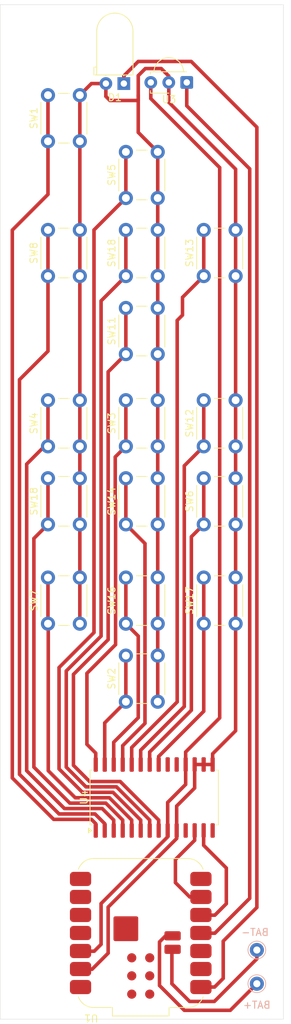
<source format=kicad_pcb>
(kicad_pcb (version 20241229) (generator "pcbnew") (generator_version "9.0")
  (layers (0 "F.Cu" signal) (2 "B.Cu" signal) (13 "F.Paste" user) (15 "B.Paste" user) (5 "F.SilkS" user "F.Silkscreen") (7 "B.SilkS" user "B.Silkscreen") (1 "F.Mask" user) (3 "B.Mask" user) (25 "Edge.Cuts" user))
  (net 0 "")
  (net 1 "Net-(BAT+1-Pin_1)")
  (net 2 "Net-(BAT-1-Pin_1)")
  (net 3 "Net-(D1-K)")
  (net 5 "Net-(U1-3V3)")
  (net 9 "Net-(U1-D4)")
  (net 10 "Net-(U1-D5)")
  (net 14 "/GND")
  (net 19 "Net-(U1-D3)")
  (net 21 "/Net-(U4-GPA3)")
  (net 22 "/Net-(U4-GPA2)")
  (net 23 "/Net-(U4-GPA4)")
  (net 24 "/Net-(U4-GPA0)")
  (net 25 "/Net-(U4-GPA6)")
  (net 26 "/Net-(U4-GPB6)")
  (net 27 "/Net-(U4-GPA1)")
  (net 28 "/Net-(U4-GPB3)")
  (net 29 "/Net-(U4-GPB2)")
  (net 30 "/Net-(U4-GPB7)")
  (net 31 "/Net-(U4-GPA5)")
  (net 32 "/Net-(U4-GPB1)")
  (net 33 "/Net-(U4-GPB4)")
  (net 34 "/Net-(U4-GPB5)")
  (net 35 "/Net-(U4-GPA7)")
  (net 36 "/Net-(U4-GPB0)")
  (footprint "Button_Switch_THT:SW_PUSH_6mm_H5mm" (layer "F.Cu") (at 113.75 101 90)
    (property "Reference" "SW6" (at 3.25 -2 90) (layer "F.SilkS"))
    (property "Value" "SW_Push")
    (fp_line (start 5.5 -1) (end 1 -1) (stroke (width 0.12)) (layer "F.SilkS"))
    (fp_line (start -0.25 1.5) (end -0.25 3) (stroke (width 0.12)) (layer "F.SilkS"))
    (fp_line (start 6.75 3) (end 6.75 1.5) (stroke (width 0.12)) (layer "F.SilkS"))
    (fp_line (start 1 5.5) (end 5.5 5.5) (stroke (width 0.12)) (layer "F.SilkS"))
    (pad "1" thru_hole circle (at 0 0 180) (size 2 2) (drill 1.1) (layers "*.Cu" "*.Mask") (net 27 "/Net-(U4-GPA1)"))
    (pad "1" thru_hole circle (at 6.5 0 180) (size 2 2) (drill 1.1) (layers "*.Cu" "*.Mask") (net 27 "/Net-(U4-GPA1)"))
    (pad "2" thru_hole circle (at 0 4.5 180) (size 2 2) (drill 1.1) (layers "*.Cu" "*.Mask") (net 14 "/GND"))
    (pad "2" thru_hole circle (at 6.5 4.5 180) (size 2 2) (drill 1.1) (layers "*.Cu" "*.Mask") (net 14 "/GND"))
  )
  (footprint "Button_Switch_THT:SW_PUSH_6mm_H5mm" (layer "F.Cu") (at 91.75 47 90)
    (property "Reference" "SW1" (at 3.25 -2 90) (layer "F.SilkS"))
    (property "Value" "SW_Push")
    (fp_line (start 5.5 -1) (end 1 -1) (stroke (width 0.12)) (layer "F.SilkS"))
    (fp_line (start -0.25 1.5) (end -0.25 3) (stroke (width 0.12)) (layer "F.SilkS"))
    (fp_line (start 6.75 3) (end 6.75 1.5) (stroke (width 0.12)) (layer "F.SilkS"))
    (fp_line (start 1 5.5) (end 5.5 5.5) (stroke (width 0.12)) (layer "F.SilkS"))
    (pad "1" thru_hole circle (at 0 0 180) (size 2 2) (drill 1.1) (layers "*.Cu" "*.Mask") (net 36 "/Net-(U4-GPB0)"))
    (pad "1" thru_hole circle (at 6.5 0 180) (size 2 2) (drill 1.1) (layers "*.Cu" "*.Mask") (net 36 "/Net-(U4-GPB0)"))
    (pad "2" thru_hole circle (at 0 4.5 180) (size 2 2) (drill 1.1) (layers "*.Cu" "*.Mask") (net 14 "/GND"))
    (pad "2" thru_hole circle (at 6.5 4.5 180) (size 2 2) (drill 1.1) (layers "*.Cu" "*.Mask") (net 14 "/GND"))
  )
  (footprint "Button_Switch_THT:SW_PUSH_6mm_H5mm" (layer "F.Cu") (at 102.75 101 90)
    (property "Reference" "SW14" (at 3.25 -2 90) (layer "F.SilkS"))
    (property "Value" "SW_Push")
    (fp_line (start 5.5 -1) (end 1 -1) (stroke (width 0.12)) (layer "F.SilkS"))
    (fp_line (start -0.25 1.5) (end -0.25 3) (stroke (width 0.12)) (layer "F.SilkS"))
    (fp_line (start 6.75 3) (end 6.75 1.5) (stroke (width 0.12)) (layer "F.SilkS"))
    (fp_line (start 1 5.5) (end 5.5 5.5) (stroke (width 0.12)) (layer "F.SilkS"))
    (pad "1" thru_hole circle (at 0 0 180) (size 2 2) (drill 1.1) (layers "*.Cu" "*.Mask") (net 23 "/Net-(U4-GPA4)"))
    (pad "1" thru_hole circle (at 6.5 0 180) (size 2 2) (drill 1.1) (layers "*.Cu" "*.Mask") (net 23 "/Net-(U4-GPA4)"))
    (pad "2" thru_hole circle (at 0 4.5 180) (size 2 2) (drill 1.1) (layers "*.Cu" "*.Mask") (net 14 "/GND"))
    (pad "2" thru_hole circle (at 6.5 4.5 180) (size 2 2) (drill 1.1) (layers "*.Cu" "*.Mask") (net 14 "/GND"))
  )
  (footprint "Button_Switch_THT:SW_PUSH_6mm_H5mm" (layer "F.Cu") (at 102.75 55 90)
    (property "Reference" "SW5" (at 3.25 -2 90) (layer "F.SilkS"))
    (property "Value" "SW_Push")
    (fp_line (start 5.5 -1) (end 1 -1) (stroke (width 0.12)) (layer "F.SilkS"))
    (fp_line (start -0.25 1.5) (end -0.25 3) (stroke (width 0.12)) (layer "F.SilkS"))
    (fp_line (start 6.75 3) (end 6.75 1.5) (stroke (width 0.12)) (layer "F.SilkS"))
    (fp_line (start 1 5.5) (end 5.5 5.5) (stroke (width 0.12)) (layer "F.SilkS"))
    (pad "1" thru_hole circle (at 0 0 180) (size 2 2) (drill 1.1) (layers "*.Cu" "*.Mask") (net 34 "/Net-(U4-GPB5)"))
    (pad "1" thru_hole circle (at 6.5 0 180) (size 2 2) (drill 1.1) (layers "*.Cu" "*.Mask") (net 34 "/Net-(U4-GPB5)"))
    (pad "2" thru_hole circle (at 0 4.5 180) (size 2 2) (drill 1.1) (layers "*.Cu" "*.Mask") (net 14 "/GND"))
    (pad "2" thru_hole circle (at 6.5 4.5 180) (size 2 2) (drill 1.1) (layers "*.Cu" "*.Mask") (net 14 "/GND"))
  )
  (footprint "Button_Switch_THT:SW_PUSH_6mm_H5mm" (layer "F.Cu") (at 91.75 115 90)
    (property "Reference" "SW7" (at 3.25 -2 90) (layer "F.SilkS"))
    (property "Value" "SW_Push")
    (fp_line (start 5.5 -1) (end 1 -1) (stroke (width 0.12)) (layer "F.SilkS"))
    (fp_line (start -0.25 1.5) (end -0.25 3) (stroke (width 0.12)) (layer "F.SilkS"))
    (fp_line (start 6.75 3) (end 6.75 1.5) (stroke (width 0.12)) (layer "F.SilkS"))
    (fp_line (start 1 5.5) (end 5.5 5.5) (stroke (width 0.12)) (layer "F.SilkS"))
    (pad "1" thru_hole circle (at 0 0 180) (size 2 2) (drill 1.1) (layers "*.Cu" "*.Mask") (net 33 "/Net-(U4-GPB4)"))
    (pad "1" thru_hole circle (at 6.5 0 180) (size 2 2) (drill 1.1) (layers "*.Cu" "*.Mask") (net 33 "/Net-(U4-GPB4)"))
    (pad "2" thru_hole circle (at 0 4.5 180) (size 2 2) (drill 1.1) (layers "*.Cu" "*.Mask") (net 14 "/GND"))
    (pad "2" thru_hole circle (at 6.5 4.5 180) (size 2 2) (drill 1.1) (layers "*.Cu" "*.Mask") (net 14 "/GND"))
  )
  (footprint "Button_Switch_THT:SW_PUSH_6mm_H5mm" (layer "F.Cu") (at 91.75 101 90)
    (property "Reference" "SW18" (at 3.25 -2 90) (layer "F.SilkS"))
    (property "Value" "SW_Push")
    (fp_line (start 5.5 -1) (end 1 -1) (stroke (width 0.12)) (layer "F.SilkS"))
    (fp_line (start -0.25 1.5) (end -0.25 3) (stroke (width 0.12)) (layer "F.SilkS"))
    (fp_line (start 6.75 3) (end 6.75 1.5) (stroke (width 0.12)) (layer "F.SilkS"))
    (fp_line (start 1 5.5) (end 5.5 5.5) (stroke (width 0.12)) (layer "F.SilkS"))
    (pad "1" thru_hole circle (at 0 0 180) (size 2 2) (drill 1.1) (layers "*.Cu" "*.Mask") (net 28 "/Net-(U4-GPB3)"))
    (pad "1" thru_hole circle (at 6.5 0 180) (size 2 2) (drill 1.1) (layers "*.Cu" "*.Mask") (net 28 "/Net-(U4-GPB3)"))
    (pad "2" thru_hole circle (at 0 4.5 180) (size 2 2) (drill 1.1) (layers "*.Cu" "*.Mask") (net 14 "/GND"))
    (pad "2" thru_hole circle (at 6.5 4.5 180) (size 2 2) (drill 1.1) (layers "*.Cu" "*.Mask") (net 14 "/GND"))
  )
  (footprint "Button_Switch_THT:SW_PUSH_6mm_H5mm" (layer "F.Cu") (at 102.75 90 90)
    (property "Reference" "SW3" (at 3.25 -2 90) (layer "F.SilkS"))
    (property "Value" "SW_Push")
    (fp_line (start 5.5 -1) (end 1 -1) (stroke (width 0.12)) (layer "F.SilkS"))
    (fp_line (start -0.25 1.5) (end -0.25 3) (stroke (width 0.12)) (layer "F.SilkS"))
    (fp_line (start 6.75 3) (end 6.75 1.5) (stroke (width 0.12)) (layer "F.SilkS"))
    (fp_line (start 1 5.5) (end 5.5 5.5) (stroke (width 0.12)) (layer "F.SilkS"))
    (pad "1" thru_hole circle (at 0 0 180) (size 2 2) (drill 1.1) (layers "*.Cu" "*.Mask") (net 35 "/Net-(U4-GPA7)"))
    (pad "1" thru_hole circle (at 6.5 0 180) (size 2 2) (drill 1.1) (layers "*.Cu" "*.Mask") (net 35 "/Net-(U4-GPA7)"))
    (pad "2" thru_hole circle (at 0 4.5 180) (size 2 2) (drill 1.1) (layers "*.Cu" "*.Mask") (net 14 "/GND"))
    (pad "2" thru_hole circle (at 6.5 4.5 180) (size 2 2) (drill 1.1) (layers "*.Cu" "*.Mask") (net 14 "/GND"))
  )
  (footprint "Button_Switch_THT:SW_PUSH_6mm_H5mm" (layer "F.Cu") (at 91.75 66 90)
    (property "Reference" "SW8" (at 3.25 -2 90) (layer "F.SilkS"))
    (property "Value" "SW_Push")
    (fp_line (start 5.5 -1) (end 1 -1) (stroke (width 0.12)) (layer "F.SilkS"))
    (fp_line (start -0.25 1.5) (end -0.25 3) (stroke (width 0.12)) (layer "F.SilkS"))
    (fp_line (start 6.75 3) (end 6.75 1.5) (stroke (width 0.12)) (layer "F.SilkS"))
    (fp_line (start 1 5.5) (end 5.5 5.5) (stroke (width 0.12)) (layer "F.SilkS"))
    (pad "1" thru_hole circle (at 0 0 180) (size 2 2) (drill 1.1) (layers "*.Cu" "*.Mask") (net 32 "/Net-(U4-GPB1)"))
    (pad "1" thru_hole circle (at 6.5 0 180) (size 2 2) (drill 1.1) (layers "*.Cu" "*.Mask") (net 32 "/Net-(U4-GPB1)"))
    (pad "2" thru_hole circle (at 0 4.5 180) (size 2 2) (drill 1.1) (layers "*.Cu" "*.Mask") (net 14 "/GND"))
    (pad "2" thru_hole circle (at 6.5 4.5 180) (size 2 2) (drill 1.1) (layers "*.Cu" "*.Mask") (net 14 "/GND"))
  )
  (footprint "RF_Module:MCU_Seeed_ESP32C3" (layer "F.Cu") (at 104.85 158.6 180)
    (property "Reference" "U1" (at 7 -12 180) (layer "F.SilkS"))
    (property "Value" "XIAO-ESP32C3")
    (fp_line (start 6.6 -10.5) (end 4 -10.5) (stroke (width 0.12)) (layer "F.SilkS"))
    (fp_line (start 4 -11.7) (end 4 -10.5) (stroke (width 0.12)) (layer "F.SilkS"))
    (fp_line (start -4 -10.5) (end -4 -11.7) (stroke (width 0.12)) (layer "F.SilkS"))
    (fp_line (start -4 -10.5) (end -6.6 -10.5) (stroke (width 0.12)) (layer "F.SilkS"))
    (fp_line (start -4 -11.7) (end 4 -11.7) (stroke (width 0.12)) (layer "F.SilkS"))
    (fp_line (start -6.7 10.5) (end 6.7 10.5) (stroke (width 0.12)) (layer "F.SilkS"))
    (fp_arc (start 8.8 9) (mid 7.977232 10.068125) (end 6.7 10.5) (stroke (width 0.12)) (layer "F.SilkS"))
    (fp_arc (start 6.6 -10.499999) (mid 7.944325 -10.107116) (end 8.804034 -9.001464) (stroke (width 0.12)) (layer "F.SilkS"))
    (fp_arc (start -6.7 10.5) (mid -7.977232 10.068125) (end -8.8 9) (stroke (width 0.12)) (layer "F.SilkS"))
    (fp_arc (start -8.812892 -9.00468) (mid -7.949609 -10.111769) (end -6.600468 -10.499999) (stroke (width 0.12)) (layer "F.SilkS"))
    (pad "1" smd roundrect (at -8.5 -7.62 180) (size 3 2) (layers "F.Cu" "F.Mask" "F.Paste") (net 3 "Net-(D1-K)"))
    (pad "2" smd roundrect (at -8.5 -5.08 180) (size 3 2) (layers "F.Cu" "F.Mask" "F.Paste"))
    (pad "3" smd roundrect (at -8.5 -2.54 180) (size 3 2) (layers "F.Cu" "F.Mask" "F.Paste"))
    (pad "4" smd roundrect (at -8.5 0 180) (size 3 2) (layers "F.Cu" "F.Mask" "F.Paste") (net 19 "Net-(U1-D3)"))
    (pad "5" smd roundrect (at -8.5 2.54 180) (size 3 2) (layers "F.Cu" "F.Mask" "F.Paste") (net 9 "Net-(U1-D4)"))
    (pad "6" smd roundrect (at -8.5 5.08 180) (size 3 2) (layers "F.Cu" "F.Mask" "F.Paste") (net 10 "Net-(U1-D5)"))
    (pad "7" smd roundrect (at -8.5 7.62 180) (size 3 2) (layers "F.Cu" "F.Mask" "F.Paste"))
    (pad "8" smd roundrect (at 8.5 7.62 180) (size 3 2) (layers "F.Cu" "F.Mask" "F.Paste"))
    (pad "9" smd roundrect (at 8.5 5.08 180) (size 3 2) (layers "F.Cu" "F.Mask" "F.Paste"))
    (pad "10" smd roundrect (at 8.5 2.54 180) (size 3 2) (layers "F.Cu" "F.Mask" "F.Paste"))
    (pad "11" smd roundrect (at 8.5 0 180) (size 3 2) (layers "F.Cu" "F.Mask" "F.Paste"))
    (pad "12" smd roundrect (at 8.5 -2.54 180) (size 3 2) (layers "F.Cu" "F.Mask" "F.Paste") (net 5 "Net-(U1-3V3)"))
    (pad "13" smd roundrect (at 8.5 -5.08 180) (size 3 2) (layers "F.Cu" "F.Mask" "F.Paste") (net 14 "/GND"))
    (pad "14" smd roundrect (at 8.5 -7.62 180) (size 3 2) (layers "F.Cu" "F.Mask" "F.Paste"))
    (pad "15" smd roundrect (at 2.1 0.6 180) (size 3.5 3.5) (property pad_prop_heatsink) (layers "F.Cu" "F.Mask") (roundrect_rratio 0.07142857143))
    (pad "16" smd roundrect (at -4.5 -0.4 180) (size 2.3 1.3) (layers "F.Cu" "F.Mask" "F.Paste") (roundrect_rratio 0.1923076923) (net 1 "Net-(BAT+1-Pin_1)"))
    (pad "17" smd roundrect (at -4.5 -2.3 180) (size 2.3 1.3) (layers "F.Cu" "F.Mask" "F.Paste") (roundrect_rratio 0.1923076923) (net 2 "Net-(BAT-1-Pin_1)"))
    (pad "18" smd circle (at -1.27 -8.62 180) (size 1.3 1.3) (layers "F.Cu" "F.Mask" "F.Paste"))
    (pad "19" smd circle (at -1.27 -6.04 180) (size 1.3 1.3) (layers "F.Cu" "F.Mask" "F.Paste"))
    (pad "20" smd circle (at -1.27 -3.5 180) (size 1.3 1.3) (layers "F.Cu" "F.Mask" "F.Paste"))
    (pad "21" smd circle (at 1.27 -3.5 180) (size 1.3 1.3) (layers "F.Cu" "F.Mask" "F.Paste"))
    (pad "22" smd circle (at 1.27 -6.04 180) (size 1.3 1.3) (layers "F.Cu" "F.Mask" "F.Paste"))
    (pad "23" smd circle (at 1.27 -8.62 180) (size 1.3 1.3) (layers "F.Cu" "F.Mask" "F.Paste"))
  )
  (footprint "Button_Switch_THT:SW_PUSH_6mm_H5mm" (layer "F.Cu") (at 113.75 90 90)
    (property "Reference" "SW12" (at 3.25 -2 90) (layer "F.SilkS"))
    (property "Value" "SW_Push")
    (fp_line (start 5.5 -1) (end 1 -1) (stroke (width 0.12)) (layer "F.SilkS"))
    (fp_line (start -0.25 1.5) (end -0.25 3) (stroke (width 0.12)) (layer "F.SilkS"))
    (fp_line (start 6.75 3) (end 6.75 1.5) (stroke (width 0.12)) (layer "F.SilkS"))
    (fp_line (start 1 5.5) (end 5.5 5.5) (stroke (width 0.12)) (layer "F.SilkS"))
    (pad "1" thru_hole circle (at 0 0 180) (size 2 2) (drill 1.1) (layers "*.Cu" "*.Mask") (net 22 "/Net-(U4-GPA2)"))
    (pad "1" thru_hole circle (at 6.5 0 180) (size 2 2) (drill 1.1) (layers "*.Cu" "*.Mask") (net 22 "/Net-(U4-GPA2)"))
    (pad "2" thru_hole circle (at 0 4.5 180) (size 2 2) (drill 1.1) (layers "*.Cu" "*.Mask") (net 14 "/GND"))
    (pad "2" thru_hole circle (at 6.5 4.5 180) (size 2 2) (drill 1.1) (layers "*.Cu" "*.Mask") (net 14 "/GND"))
  )
  (footprint "Button_Switch_THT:SW_PUSH_6mm_H5mm" (layer "F.Cu") (at 102.75 66 90)
    (property "Reference" "SW18" (at 3.25 -2 90) (layer "F.SilkS"))
    (property "Value" "SW_Push")
    (fp_line (start 5.5 -1) (end 1 -1) (stroke (width 0.12)) (layer "F.SilkS"))
    (fp_line (start -0.25 1.5) (end -0.25 3) (stroke (width 0.12)) (layer "F.SilkS"))
    (fp_line (start 6.75 3) (end 6.75 1.5) (stroke (width 0.12)) (layer "F.SilkS"))
    (fp_line (start 1 5.5) (end 5.5 5.5) (stroke (width 0.12)) (layer "F.SilkS"))
    (pad "1" thru_hole circle (at 0 0 180) (size 2 2) (drill 1.1) (layers "*.Cu" "*.Mask") (net 26 "/Net-(U4-GPB6)"))
    (pad "1" thru_hole circle (at 6.5 0 180) (size 2 2) (drill 1.1) (layers "*.Cu" "*.Mask") (net 26 "/Net-(U4-GPB6)"))
    (pad "2" thru_hole circle (at 0 4.5 180) (size 2 2) (drill 1.1) (layers "*.Cu" "*.Mask") (net 14 "/GND"))
    (pad "2" thru_hole circle (at 6.5 4.5 180) (size 2 2) (drill 1.1) (layers "*.Cu" "*.Mask") (net 14 "/GND"))
  )
  (footprint "Button_Switch_THT:SW_PUSH_6mm_H5mm" (layer "F.Cu") (at 113.75 66 90)
    (property "Reference" "SW13" (at 3.25 -2 90) (layer "F.SilkS"))
    (property "Value" "SW_Push")
    (fp_line (start 5.5 -1) (end 1 -1) (stroke (width 0.12)) (layer "F.SilkS"))
    (fp_line (start -0.25 1.5) (end -0.25 3) (stroke (width 0.12)) (layer "F.SilkS"))
    (fp_line (start 6.75 3) (end 6.75 1.5) (stroke (width 0.12)) (layer "F.SilkS"))
    (fp_line (start 1 5.5) (end 5.5 5.5) (stroke (width 0.12)) (layer "F.SilkS"))
    (pad "1" thru_hole circle (at 0 0 180) (size 2 2) (drill 1.1) (layers "*.Cu" "*.Mask") (net 21 "/Net-(U4-GPA3)"))
    (pad "1" thru_hole circle (at 6.5 0 180) (size 2 2) (drill 1.1) (layers "*.Cu" "*.Mask") (net 21 "/Net-(U4-GPA3)"))
    (pad "2" thru_hole circle (at 0 4.5 180) (size 2 2) (drill 1.1) (layers "*.Cu" "*.Mask") (net 14 "/GND"))
    (pad "2" thru_hole circle (at 6.5 4.5 180) (size 2 2) (drill 1.1) (layers "*.Cu" "*.Mask") (net 14 "/GND"))
  )
  (footprint "OptoDevice:Vishay_MINICAST-3Pin" (layer "F.Cu") (at 111.35 38.707 180)
    (property "Reference" "U3" (at 2.5 -2.4 0) (layer "F.SilkS"))
    (property "Value" "TSOP382xx")
    (fp_line (start 5.14 1.5) (end 0.05 1.5) (stroke (width 0.12)) (layer "F.SilkS"))
    (fp_line (start 5.14 1.16) (end 5.14 1.5) (stroke (width 0.12)) (layer "F.SilkS"))
    (fp_line (start 5.14 -1.16) (end 5.14 -1.51) (stroke (width 0.12)) (layer "F.SilkS"))
    (fp_line (start 5.14 -1.51) (end 2.54 -1.51) (stroke (width 0.12)) (layer "F.SilkS"))
    (fp_arc (start 4.64 1.5) (mid 2.540869 3.502379) (end 0.440083 1.501736) (stroke (width 0.12)) (layer "F.SilkS"))
    (pad "1" thru_hole roundrect (at 0 0 180) (size 1.8 1.8) (drill 0.9) (layers "*.Cu" "*.Mask") (roundrect_rratio 0.139) (net 19 "Net-(U1-D3)"))
    (pad "2" thru_hole circle (at 2.54 0 180) (size 1.8 1.8) (drill 0.9) (layers "*.Cu" "*.Mask") (net 14 "/GND"))
    (pad "3" thru_hole circle (at 5.08 0 180) (size 1.8 1.8) (drill 0.9) (layers "*.Cu" "*.Mask") (net 5 "Net-(U1-3V3)"))
  )
  (footprint "LED_THT:LED_D5.0mm_Horizontal_O1.27mm_Z3.0mm_Clear" (layer "F.Cu") (at 102.465 38.865 180)
    (property "Reference" "D1" (at 1.27 -1.96 0) (layer "F.SilkS"))
    (property "Value" "LED")
    (fp_line (start 4.23 2.33) (end 3.83 2.33) (stroke (width 0.12)) (layer "F.SilkS"))
    (fp_line (start 4.23 1.21) (end 4.23 2.33) (stroke (width 0.12)) (layer "F.SilkS"))
    (fp_line (start 3.83 2.33) (end 3.83 1.21) (stroke (width 0.12)) (layer "F.SilkS"))
    (fp_line (start 3.83 1.21) (end 4.23 1.21) (stroke (width 0.12)) (layer "F.SilkS"))
    (fp_line (start 3.83 1.21) (end 3.83 7.37) (stroke (width 0.12)) (layer "F.SilkS"))
    (fp_line (start 2.54 1.21) (end 2.54 1.08) (stroke (width 0.12)) (layer "F.SilkS"))
    (fp_line (start 2.54 1.08) (end 2.54 1.21) (stroke (width 0.12)) (layer "F.SilkS"))
    (fp_line (start 0 1.21) (end 0 1.08) (stroke (width 0.12)) (layer "F.SilkS"))
    (fp_line (start 0 1.08) (end 0 1.21) (stroke (width 0.12)) (layer "F.SilkS"))
    (fp_line (start -1.29 1.21) (end 3.83 1.21) (stroke (width 0.12)) (layer "F.SilkS"))
    (fp_line (start -1.29 1.21) (end -1.29 7.37) (stroke (width 0.12)) (layer "F.SilkS"))
    (fp_arc (start 3.83 7.37) (mid 1.27 9.93) (end -1.29 7.37) (stroke (width 0.12)) (layer "F.SilkS"))
    (pad "1" thru_hole rect (at 0 0 180) (size 1.8 1.8) (drill 0.9) (layers "*.Cu" "*.Mask") (net 3 "Net-(D1-K)"))
    (pad "2" thru_hole circle (at 2.54 0 180) (size 1.8 1.8) (drill 0.9) (layers "*.Cu" "*.Mask") (net 14 "/GND"))
  )
  (footprint "Button_Switch_THT:SW_PUSH_6mm_H5mm" (layer "F.Cu") (at 102.75 126 90)
    (property "Reference" "SW2" (at 3.25 -2 90) (layer "F.SilkS"))
    (property "Value" "SW_Push")
    (fp_line (start 5.5 -1) (end 1 -1) (stroke (width 0.12)) (layer "F.SilkS"))
    (fp_line (start -0.25 1.5) (end -0.25 3) (stroke (width 0.12)) (layer "F.SilkS"))
    (fp_line (start 6.75 3) (end 6.75 1.5) (stroke (width 0.12)) (layer "F.SilkS"))
    (fp_line (start 1 5.5) (end 5.5 5.5) (stroke (width 0.12)) (layer "F.SilkS"))
    (pad "1" thru_hole circle (at 0 0 180) (size 2 2) (drill 1.1) (layers "*.Cu" "*.Mask") (net 25 "/Net-(U4-GPA6)"))
    (pad "1" thru_hole circle (at 6.5 0 180) (size 2 2) (drill 1.1) (layers "*.Cu" "*.Mask") (net 25 "/Net-(U4-GPA6)"))
    (pad "2" thru_hole circle (at 0 4.5 180) (size 2 2) (drill 1.1) (layers "*.Cu" "*.Mask") (net 14 "/GND"))
    (pad "2" thru_hole circle (at 6.5 4.5 180) (size 2 2) (drill 1.1) (layers "*.Cu" "*.Mask") (net 14 "/GND"))
  )
  (footprint "Button_Switch_THT:SW_PUSH_6mm_H5mm" (layer "F.Cu") (at 91.75 90 90)
    (property "Reference" "SW4" (at 3.25 -2 90) (layer "F.SilkS"))
    (property "Value" "SW_Push")
    (fp_line (start 5.5 -1) (end 1 -1) (stroke (width 0.12)) (layer "F.SilkS"))
    (fp_line (start -0.25 1.5) (end -0.25 3) (stroke (width 0.12)) (layer "F.SilkS"))
    (fp_line (start 6.75 3) (end 6.75 1.5) (stroke (width 0.12)) (layer "F.SilkS"))
    (fp_line (start 1 5.5) (end 5.5 5.5) (stroke (width 0.12)) (layer "F.SilkS"))
    (pad "1" thru_hole circle (at 0 0 180) (size 2 2) (drill 1.1) (layers "*.Cu" "*.Mask") (net 29 "/Net-(U4-GPB2)"))
    (pad "1" thru_hole circle (at 6.5 0 180) (size 2 2) (drill 1.1) (layers "*.Cu" "*.Mask") (net 29 "/Net-(U4-GPB2)"))
    (pad "2" thru_hole circle (at 0 4.5 180) (size 2 2) (drill 1.1) (layers "*.Cu" "*.Mask") (net 14 "/GND"))
    (pad "2" thru_hole circle (at 6.5 4.5 180) (size 2 2) (drill 1.1) (layers "*.Cu" "*.Mask") (net 14 "/GND"))
  )
  (footprint "Button_Switch_THT:SW_PUSH_6mm_H5mm" (layer "F.Cu") (at 113.75 115 90)
    (property "Reference" "SW17" (at 3.25 -2 90) (layer "F.SilkS"))
    (property "Value" "SW_Push")
    (fp_line (start 5.5 -1) (end 1 -1) (stroke (width 0.12)) (layer "F.SilkS"))
    (fp_line (start -0.25 1.5) (end -0.25 3) (stroke (width 0.12)) (layer "F.SilkS"))
    (fp_line (start 6.75 3) (end 6.75 1.5) (stroke (width 0.12)) (layer "F.SilkS"))
    (fp_line (start 1 5.5) (end 5.5 5.5) (stroke (width 0.12)) (layer "F.SilkS"))
    (pad "1" thru_hole circle (at 0 0 180) (size 2 2) (drill 1.1) (layers "*.Cu" "*.Mask") (net 24 "/Net-(U4-GPA0)"))
    (pad "1" thru_hole circle (at 6.5 0 180) (size 2 2) (drill 1.1) (layers "*.Cu" "*.Mask") (net 24 "/Net-(U4-GPA0)"))
    (pad "2" thru_hole circle (at 0 4.5 180) (size 2 2) (drill 1.1) (layers "*.Cu" "*.Mask") (net 14 "/GND"))
    (pad "2" thru_hole circle (at 6.5 4.5 180) (size 2 2) (drill 1.1) (layers "*.Cu" "*.Mask") (net 14 "/GND"))
  )
  (footprint "Button_Switch_THT:SW_PUSH_6mm_H5mm" (layer "F.Cu") (at 102.75 77 90)
    (property "Reference" "SW11" (at 3.25 -2 90) (layer "F.SilkS"))
    (property "Value" "SW_Push")
    (fp_line (start 5.5 -1) (end 1 -1) (stroke (width 0.12)) (layer "F.SilkS"))
    (fp_line (start -0.25 1.5) (end -0.25 3) (stroke (width 0.12)) (layer "F.SilkS"))
    (fp_line (start 6.75 3) (end 6.75 1.5) (stroke (width 0.12)) (layer "F.SilkS"))
    (fp_line (start 1 5.5) (end 5.5 5.5) (stroke (width 0.12)) (layer "F.SilkS"))
    (pad "1" thru_hole circle (at 0 0 180) (size 2 2) (drill 1.1) (layers "*.Cu" "*.Mask") (net 30 "/Net-(U4-GPB7)"))
    (pad "1" thru_hole circle (at 6.5 0 180) (size 2 2) (drill 1.1) (layers "*.Cu" "*.Mask") (net 30 "/Net-(U4-GPB7)"))
    (pad "2" thru_hole circle (at 0 4.5 180) (size 2 2) (drill 1.1) (layers "*.Cu" "*.Mask") (net 14 "/GND"))
    (pad "2" thru_hole circle (at 6.5 4.5 180) (size 2 2) (drill 1.1) (layers "*.Cu" "*.Mask") (net 14 "/GND"))
  )
  (footprint "Button_Switch_THT:SW_PUSH_6mm_H5mm" (layer "F.Cu") (at 102.75 115 90)
    (property "Reference" "SW16" (at 3.25 -2 90) (layer "F.SilkS"))
    (property "Value" "SW_Push")
    (fp_line (start 5.5 -1) (end 1 -1) (stroke (width 0.12)) (layer "F.SilkS"))
    (fp_line (start -0.25 1.5) (end -0.25 3) (stroke (width 0.12)) (layer "F.SilkS"))
    (fp_line (start 6.75 3) (end 6.75 1.5) (stroke (width 0.12)) (layer "F.SilkS"))
    (fp_line (start 1 5.5) (end 5.5 5.5) (stroke (width 0.12)) (layer "F.SilkS"))
    (pad "1" thru_hole circle (at 0 0 180) (size 2 2) (drill 1.1) (layers "*.Cu" "*.Mask") (net 31 "/Net-(U4-GPA5)"))
    (pad "1" thru_hole circle (at 6.5 0 180) (size 2 2) (drill 1.1) (layers "*.Cu" "*.Mask") (net 31 "/Net-(U4-GPA5)"))
    (pad "2" thru_hole circle (at 0 4.5 180) (size 2 2) (drill 1.1) (layers "*.Cu" "*.Mask") (net 14 "/GND"))
    (pad "2" thru_hole circle (at 6.5 4.5 180) (size 2 2) (drill 1.1) (layers "*.Cu" "*.Mask") (net 14 "/GND"))
  )
  (footprint "Package_SO:SOIC-28W_7.5x17.9mm_P1.27mm" (layer "F.Cu") (at 106.75 139.5 90)
    (property "Reference" "U4" (at 0 -9.9 90) (layer "F.SilkS"))
    (property "Value" "MCP23017_SO")
    (fp_line (start 3.86 -9.06) (end 3.86 -8.815) (stroke (width 0.12)) (layer "F.SilkS"))
    (fp_line (start -3.86 -9.06) (end 3.86 -9.06) (stroke (width 0.12)) (layer "F.SilkS"))
    (fp_line (start -3.86 -8.815) (end -3.86 -9.06) (stroke (width 0.12)) (layer "F.SilkS"))
    (fp_line (start 3.86 8.815) (end 3.86 9.06) (stroke (width 0.12)) (layer "F.SilkS"))
    (fp_line (start 3.86 9.06) (end -3.86 9.06) (stroke (width 0.12)) (layer "F.SilkS"))
    (fp_line (start -3.86 9.06) (end -3.86 8.815) (stroke (width 0.12)) (layer "F.SilkS"))
    (fp_poly (pts (xy -4.65 -8.82) (xy -4.99 -9.29) (xy -4.31 -9.29)) (stroke (width 0.12)) (fill yes) (layer "F.SilkS"))
    (pad "1" smd roundrect (at -4.65 -8.255 90) (size 2.05 0.6) (layers "F.Cu" "F.Mask" "F.Paste") (net 36 "/Net-(U4-GPB0)"))
    (pad "2" smd roundrect (at -4.65 -6.985 90) (size 2.05 0.6) (layers "F.Cu" "F.Mask" "F.Paste") (net 32 "/Net-(U4-GPB1)"))
    (pad "3" smd roundrect (at -4.65 -5.715 90) (size 2.05 0.6) (layers "F.Cu" "F.Mask" "F.Paste") (net 29 "/Net-(U4-GPB2)"))
    (pad "4" smd roundrect (at -4.65 -4.445 90) (size 2.05 0.6) (layers "F.Cu" "F.Mask" "F.Paste") (net 28 "/Net-(U4-GPB3)"))
    (pad "5" smd roundrect (at -4.65 -3.175 90) (size 2.05 0.6) (layers "F.Cu" "F.Mask" "F.Paste") (net 33 "/Net-(U4-GPB4)"))
    (pad "6" smd roundrect (at -4.65 -1.905 90) (size 2.05 0.6) (layers "F.Cu" "F.Mask" "F.Paste") (net 34 "/Net-(U4-GPB5)"))
    (pad "7" smd roundrect (at -4.65 -0.635 90) (size 2.05 0.6) (layers "F.Cu" "F.Mask" "F.Paste") (net 26 "/Net-(U4-GPB6)"))
    (pad "8" smd roundrect (at -4.65 0.635 90) (size 2.05 0.6) (layers "F.Cu" "F.Mask" "F.Paste") (net 30 "/Net-(U4-GPB7)"))
    (pad "9" smd roundrect (at -4.65 1.905 90) (size 2.05 0.6) (layers "F.Cu" "F.Mask" "F.Paste") (net 5 "Net-(U1-3V3)"))
    (pad "10" smd roundrect (at -4.65 3.175 90) (size 2.05 0.6) (layers "F.Cu" "F.Mask" "F.Paste") (net 14 "/GND"))
    (pad "11" smd roundrect (at -4.65 4.445 90) (size 2.05 0.6) (layers "F.Cu" "F.Mask" "F.Paste"))
    (pad "12" smd roundrect (at -4.65 5.715 90) (size 2.05 0.6) (layers "F.Cu" "F.Mask" "F.Paste") (net 10 "Net-(U1-D5)"))
    (pad "13" smd roundrect (at -4.65 6.985 90) (size 2.05 0.6) (layers "F.Cu" "F.Mask" "F.Paste") (net 9 "Net-(U1-D4)"))
    (pad "14" smd roundrect (at -4.65 8.255 90) (size 2.05 0.6) (layers "F.Cu" "F.Mask" "F.Paste"))
    (pad "15" smd roundrect (at 4.65 8.255 90) (size 2.05 0.6) (layers "F.Cu" "F.Mask" "F.Paste") (net 14 "/GND"))
    (pad "16" smd roundrect (at 4.65 6.985 90) (size 2.05 0.6) (layers "F.Cu" "F.Mask" "F.Paste") (net 14 "/GND"))
    (pad "17" smd roundrect (at 4.65 5.715 90) (size 2.05 0.6) (layers "F.Cu" "F.Mask" "F.Paste") (net 14 "/GND"))
    (pad "18" smd roundrect (at 4.65 4.445 90) (size 2.05 0.6) (layers "F.Cu" "F.Mask" "F.Paste") (net 5 "Net-(U1-3V3)"))
    (pad "19" smd roundrect (at 4.65 3.175 90) (size 2.05 0.6) (layers "F.Cu" "F.Mask" "F.Paste"))
    (pad "20" smd roundrect (at 4.65 1.905 90) (size 2.05 0.6) (layers "F.Cu" "F.Mask" "F.Paste"))
    (pad "21" smd roundrect (at 4.65 0.635 90) (size 2.05 0.6) (layers "F.Cu" "F.Mask" "F.Paste") (net 24 "/Net-(U4-GPA0)"))
    (pad "22" smd roundrect (at 4.65 -0.635 90) (size 2.05 0.6) (layers "F.Cu" "F.Mask" "F.Paste") (net 27 "/Net-(U4-GPA1)"))
    (pad "23" smd roundrect (at 4.65 -1.905 90) (size 2.05 0.6) (layers "F.Cu" "F.Mask" "F.Paste") (net 22 "/Net-(U4-GPA2)"))
    (pad "24" smd roundrect (at 4.65 -3.175 90) (size 2.05 0.6) (layers "F.Cu" "F.Mask" "F.Paste") (net 21 "/Net-(U4-GPA3)"))
    (pad "25" smd roundrect (at 4.65 -4.445 90) (size 2.05 0.6) (layers "F.Cu" "F.Mask" "F.Paste") (net 23 "/Net-(U4-GPA4)"))
    (pad "26" smd roundrect (at 4.65 -5.715 90) (size 2.05 0.6) (layers "F.Cu" "F.Mask" "F.Paste") (net 31 "/Net-(U4-GPA5)"))
    (pad "27" smd roundrect (at 4.65 -6.985 90) (size 2.05 0.6) (layers "F.Cu" "F.Mask" "F.Paste") (net 25 "/Net-(U4-GPA6)"))
    (pad "28" smd roundrect (at 4.65 -8.255 90) (size 2.05 0.6) (layers "F.Cu" "F.Mask" "F.Paste") (net 35 "/Net-(U4-GPA7)"))
  )
  (footprint "Connector_Pin:Pin_D1.0mm_L10.0mm" (layer "B.Cu") (at 121.25 165.75 90)
    (property "Reference" "BAT+" (at -3 0 0) (layer "B.SilkS") (effects (justify mirror)))
    (property "Value" "Conn_01x01_Pin")
    (fp_circle (center 0 0) (end 1.25 -0.05) (stroke (width 0.12)) (fill no) (layer "B.SilkS"))
    (pad "1" thru_hole circle (at 0 0 90) (size 2 2) (drill 1) (layers "*.Cu" "*.Mask") (net 1 "Net-(BAT+1-Pin_1)"))
  )
  (footprint "Connector_Pin:Pin_D1.0mm_L10.0mm" (layer "B.Cu") (at 121.25 161 90)
    (property "Reference" "BAT-" (at 2.5 -0.25 180) (layer "B.SilkS") (effects (justify mirror)))
    (property "Value" "Conn_01x01_Pin")
    (fp_circle (center 0 0) (end 1.25 -0.05) (stroke (width 0.12)) (fill no) (layer "B.SilkS"))
    (pad "1" thru_hole circle (at 0 0 90) (size 2 2) (drill 1) (layers "*.Cu" "*.Mask") (net 2 "Net-(BAT-1-Pin_1)"))
  )
  (gr_rect (start 85 27.75) (end 125 170.75) (stroke (width 0.05)) (fill no) (layer "Edge.Cuts"))
  (segment (start 107.5 166) (end 111 169.5) (width 0.5) (layer "F.Cu") (net 1))
  (segment (start 117.5 169.5) (end 121.25 165.75) (width 0.5) (layer "F.Cu") (net 1))
  (segment (start 111 169.5) (end 117.5 169.5) (width 0.5) (layer "F.Cu") (net 1))
  (segment (start 108.33 159.03) (end 107.5 159.86) (width 0.5) (layer "F.Cu") (net 1))
  (segment (start 107.5 159.86) (end 107.5 166) (width 0.5) (layer "F.Cu") (net 1))
  (segment (start 109.48 159.03) (end 108.33 159.03) (width 0.5) (layer "F.Cu") (net 1))
  (segment (start 109.48 160.93) (end 109.25 161.16) (width 0.5) (layer "F.Cu") (net 2))
  (segment (start 109.25 161.16) (end 109.25 165.75) (width 0.5) (layer "F.Cu") (net 2))
  (segment (start 111.75 168.25) (end 115.25 168.25) (width 0.5) (layer "F.Cu") (net 2))
  (segment (start 121.25 162.25) (end 121.25 161) (width 0.5) (layer "F.Cu") (net 2))
  (segment (start 115.25 168.25) (end 121.25 162.25) (width 0.5) (layer "F.Cu") (net 2))
  (segment (start 109.25 165.75) (end 111.75 168.25) (width 0.5) (layer "F.Cu") (net 2))
  (segment (start 121.25 45.019) (end 121.25 155) (width 0.5) (layer "F.Cu") (net 3))
  (segment (start 111.981 35.75) (end 121.25 45.019) (width 0.5) (layer "F.Cu") (net 3))
  (segment (start 116.5 159.75) (end 121.25 155) (width 0.5) (layer "F.Cu") (net 3))
  (segment (start 102.465 38.865) (end 102.465 37.785) (width 0.5) (layer "F.Cu") (net 3))
  (segment (start 115.28 166.22) (end 116.5 165) (width 0.5) (layer "F.Cu") (net 3))
  (segment (start 102.465 37.785) (end 104.5 35.75) (width 0.5) (layer "F.Cu") (net 3))
  (segment (start 104.5 35.75) (end 111.981 35.75) (width 0.5) (layer "F.Cu") (net 3))
  (segment (start 113.35 166.22) (end 115.28 166.22) (width 0.5) (layer "F.Cu") (net 3))
  (segment (start 116.5 165) (end 116.5 159.75) (width 0.5) (layer "F.Cu") (net 3))
  (segment (start 111.195 133.087) (end 111.195 134.85) (width 0.5) (layer "F.Cu") (net 5))
  (segment (start 111.195 137.659) (end 111.195 134.85) (width 0.5) (layer "F.Cu") (net 5))
  (segment (start 96.48 161.17) (end 98.28 161.17) (width 0.5) (layer "F.Cu") (net 5))
  (segment (start 106.27 38.707) (end 106.27 40.984) (width 0.5) (layer "F.Cu") (net 5))
  (segment (start 108.655 145.049636) (end 108.655 144.15) (width 0.5) (layer "F.Cu") (net 5))
  (segment (start 108.655 140.199) (end 111.195 137.659) (width 0.5) (layer "F.Cu") (net 5))
  (segment (start 106.27 40.984) (end 116 50.714) (width 0.5) (layer "F.Cu") (net 5))
  (segment (start 98.28 161.17) (end 99.25 160.2) (width 0.5) (layer "F.Cu") (net 5))
  (segment (start 108.655 144.15) (end 108.655 140.199) (width 0.5) (layer "F.Cu") (net 5))
  (segment (start 99.25 160.2) (end 99.25 154.454636) (width 0.5) (layer "F.Cu") (net 5))
  (segment (start 116 50.714) (end 116 128.282) (width 0.5) (layer "F.Cu") (net 5))
  (segment (start 99.25 154.454636) (end 108.655 145.049636) (width 0.5) (layer "F.Cu") (net 5))
  (segment (start 116 128.282) (end 111.195 133.087) (width 0.5) (layer "F.Cu") (net 5))
  (segment (start 116.938 149.442) (end 116.938 154.472) (width 0.5) (layer "F.Cu") (net 9))
  (segment (start 115.32 156.09) (end 116.938 154.472) (width 0.5) (layer "F.Cu") (net 9))
  (segment (start 113.48 156.09) (end 115.32 156.09) (width 0.5) (layer "F.Cu") (net 9))
  (segment (start 113.735 146.239) (end 116.938 149.442) (width 0.5) (layer "F.Cu") (net 9))
  (segment (start 113.735 144.15) (end 113.735 146.239) (width 0.5) (layer "F.Cu") (net 9))
  (segment (start 113.48 153.55) (end 113.38 153.55) (width 0.5) (layer "F.Cu") (net 10))
  (segment (start 113.38 153.55) (end 113.35 153.52) (width 0.5) (layer "F.Cu") (net 10))
  (segment (start 112.465 145.533) (end 112.465 144.15) (width 0.5) (layer "F.Cu") (net 10))
  (segment (start 111.77 153.52) (end 109.75 151.5) (width 0.5) (layer "F.Cu") (net 10))
  (segment (start 113.35 153.52) (end 111.77 153.52) (width 0.5) (layer "F.Cu") (net 10))
  (segment (start 109.75 151.5) (end 109.75 148.248) (width 0.5) (layer "F.Cu") (net 10))
  (segment (start 109.75 148.248) (end 112.465 145.533) (width 0.5) (layer "F.Cu") (net 10))
  (segment (start 99.925 40.675) (end 100.5 41.25) (width 0.5) (layer "F.Cu") (net 14))
  (segment (start 100.25 154.954) (end 100.25 161.44) (width 0.5) (layer "F.Cu") (net 14))
  (segment (start 104.5 45.75) (end 104.5 40.5) (width 0.5) (layer "F.Cu") (net 14))
  (segment (start 97.885 38.865) (end 96.25 40.5) (width 0.5) (layer "F.Cu") (net 14))
  (segment (start 105.5 36.75) (end 107.75 36.75) (width 0.5) (layer "F.Cu") (net 14))
  (segment (start 96.25 40.5) (end 96.25 115) (width 0.5) (layer "F.Cu") (net 14))
  (segment (start 100.25 161.44) (end 97.98 163.71) (width 0.5) (layer "F.Cu") (net 14))
  (segment (start 108.81 41.492) (end 118.25 50.932) (width 0.5) (layer "F.Cu") (net 14))
  (segment (start 118.25 50.932) (end 118.25 115) (width 0.5) (layer "F.Cu") (net 14))
  (segment (start 107.485 125.765) (end 107.25 126) (width 0.5) (layer "F.Cu") (net 14))
  (segment (start 112.465 134.85) (end 113.735 134.85) (width 0.5) (layer "F.Cu") (net 14))
  (segment (start 112.465 138.167) (end 112.465 134.85) (width 0.5) (layer "F.Cu") (net 14))
  (segment (start 108.81 37.81) (end 108.81 38.707) (width 0.5) (layer "F.Cu") (net 14))
  (segment (start 109.925 140.707) (end 112.465 138.167) (width 0.5) (layer "F.Cu") (net 14))
  (segment (start 107.75 36.75) (end 108.81 37.81) (width 0.5) (layer "F.Cu") (net 14))
  (segment (start 100.5 41.25) (end 104.5 41.25) (width 0.5) (layer "F.Cu") (net 14))
  (segment (start 108.81 38.707) (end 108.81 41.492) (width 0.5) (layer "F.Cu") (net 14))
  (segment (start 104.5 40.5) (end 104.5 37.75) (width 0.5) (layer "F.Cu") (net 14))
  (segment (start 99.925 38.865) (end 99.925 40.675) (width 0.5) (layer "F.Cu") (net 14))
  (segment (start 104.5 37.75) (end 105.5 36.75) (width 0.5) (layer "F.Cu") (net 14))
  (segment (start 99.925 38.865) (end 97.885 38.865) (width 0.5) (layer "F.Cu") (net 14))
  (segment (start 115.005 133.341) (end 115.005 134.85) (width 0.5) (layer "F.Cu") (net 14))
  (segment (start 109.925 144.15) (end 109.925 140.707) (width 0.5) (layer "F.Cu") (net 14))
  (segment (start 118.25 130.096) (end 115.005 133.341) (width 0.5) (layer "F.Cu") (net 14))
  (segment (start 107.25 48.5) (end 104.5 45.75) (width 0.5) (layer "F.Cu") (net 14))
  (segment (start 118.25 115) (end 118.25 130.096) (width 0.5) (layer "F.Cu") (net 14))
  (segment (start 109.925 144.15) (end 109.925 145.279) (width 0.5) (layer "F.Cu") (net 14))
  (segment (start 107.25 48.5) (end 107.25 126) (width 0.5) (layer "F.Cu") (net 14))
  (segment (start 113.735 134.85) (end 115.005 134.85) (width 0.5) (layer "F.Cu") (net 14))
  (segment (start 104.5 41.25) (end 104.5 40.5) (width 0.5) (layer "F.Cu") (net 14))
  (segment (start 97.98 163.71) (end 96.48 163.71) (width 0.5) (layer "F.Cu") (net 14))
  (segment (start 109.925 145.279) (end 100.25 154.954) (width 0.5) (layer "F.Cu") (net 14))
  (segment (start 113.48 158.63) (end 115.32 158.63) (width 0.5) (layer "F.Cu") (net 19))
  (segment (start 120.24 153.71) (end 120.24 50.89) (width 0.5) (layer "F.Cu") (net 19))
  (segment (start 115.32 158.63) (end 120.24 153.71) (width 0.5) (layer "F.Cu") (net 19))
  (segment (start 120.24 50.89) (end 111.35 42) (width 0.5) (layer "F.Cu") (net 19))
  (segment (start 111.35 42) (end 111.35 38.707) (width 0.5) (layer "F.Cu") (net 19))
  (segment (start 103.575 132.452) (end 110 126.027) (width 0.5) (layer "F.Cu") (net 21))
  (segment (start 113.75 59.5) (end 113.75 66) (width 0.5) (layer "F.Cu") (net 21))
  (segment (start 110.75 69) (end 113.75 66) (width 0.5) (layer "F.Cu") (net 21))
  (segment (start 110 72.25) (end 110.75 71.5) (width 0.5) (layer "F.Cu") (net 21))
  (segment (start 103.575 134.85) (end 103.575 132.452) (width 0.5) (layer "F.Cu") (net 21))
  (segment (start 110 126.027) (end 110 72.25) (width 0.5) (layer "F.Cu") (net 21))
  (segment (start 110.75 71.5) (end 110.75 69) (width 0.5) (layer "F.Cu") (net 21))
  (segment (start 113.75 83.5) (end 113.75 90) (width 0.5) (layer "F.Cu") (net 22))
  (segment (start 104.845 132.833) (end 111 126.678) (width 0.5) (layer "F.Cu") (net 22))
  (segment (start 104.845 134.85) (end 104.845 132.833) (width 0.5) (layer "F.Cu") (net 22))
  (segment (start 111 126.678) (end 111 92.75) (width 0.5) (layer "F.Cu") (net 22))
  (segment (start 111 92.75) (end 113.75 90) (width 0.5) (layer "F.Cu") (net 22))
  (segment (start 102.75 94.5) (end 102.75 101) (width 0.5) (layer "F.Cu") (net 23))
  (segment (start 105.451 103.701) (end 105.451 129.049) (width 0.5) (layer "F.Cu") (net 23))
  (segment (start 102.75 101) (end 105.451 103.701) (width 0.5) (layer "F.Cu") (net 23))
  (segment (start 105.451 129.049) (end 102.305 132.195) (width 0.5) (layer "F.Cu") (net 23))
  (segment (start 102.305 132.195) (end 102.305 134.85) (width 0.5) (layer "F.Cu") (net 23))
  (segment (start 107.385 133.709) (end 113.75 127.344) (width 0.5) (layer "F.Cu") (net 24))
  (segment (start 107.385 134.85) (end 107.385 133.709) (width 0.5) (layer "F.Cu") (net 24))
  (segment (start 113.75 108.5) (end 113.75 115) (width 0.5) (layer "F.Cu") (net 24))
  (segment (start 113.75 115) (end 113.75 127.344) (width 0.5) (layer "F.Cu") (net 24))
  (segment (start 99.765 128.985) (end 102.75 126) (width 0.5) (layer "F.Cu") (net 25))
  (segment (start 99.765 134.85) (end 99.765 128.985) (width 0.5) (layer "F.Cu") (net 25))
  (segment (start 102.75 119.5) (end 102.75 126) (width 0.5) (layer "F.Cu") (net 25))
  (segment (start 106.115 142.683) (end 101.432 138) (width 0.5) (layer "F.Cu") (net 26))
  (segment (start 101.432 138) (end 97.114 138) (width 0.5) (layer "F.Cu") (net 26))
  (segment (start 97.114 138) (end 94.332 135.218) (width 0.5) (layer "F.Cu") (net 26))
  (segment (start 99.25 116.75) (end 99.25 69.5) (width 0.5) (layer "F.Cu") (net 26))
  (segment (start 102.75 59.5) (end 102.75 66) (width 0.5) (layer "F.Cu") (net 26))
  (segment (start 99.25 69.5) (end 102.75 66) (width 0.5) (layer "F.Cu") (net 26))
  (segment (start 106.115 144.15) (end 106.115 142.683) (width 0.5) (layer "F.Cu") (net 26))
  (segment (start 94.332 121.668) (end 99.25 116.75) (width 0.5) (layer "F.Cu") (net 26))
  (segment (start 94.332 135.218) (end 94.332 121.668) (width 0.5) (layer "F.Cu") (net 26))
  (segment (start 113.75 94.5) (end 113.75 101) (width 0.5) (layer "F.Cu") (net 27))
  (segment (start 112 127.202) (end 112 102.75) (width 0.5) (layer "F.Cu") (net 27))
  (segment (start 112 102.75) (end 113.75 101) (width 0.5) (layer "F.Cu") (net 27))
  (segment (start 106.115 133.087) (end 112 127.202) (width 0.5) (layer "F.Cu") (net 27))
  (segment (start 106.115 134.85) (end 106.115 133.087) (width 0.5) (layer "F.Cu") (net 27))
  (segment (start 89.76 102.99) (end 91.75 101) (width 0.5) (layer "F.Cu") (net 28))
  (segment (start 94.84 140.298) (end 89.76 135.218) (width 0.5) (layer "F.Cu") (net 28))
  (segment (start 89.76 135.218) (end 89.76 102.99) (width 0.5) (layer "F.Cu") (net 28))
  (segment (start 99.92 140.298) (end 94.84 140.298) (width 0.5) (layer "F.Cu") (net 28))
  (segment (start 102.305 144.15) (end 102.305 142.683) (width 0.5) (layer "F.Cu") (net 28))
  (segment (start 102.305 142.683) (end 99.92 140.298) (width 0.5) (layer "F.Cu") (net 28))
  (segment (start 91.75 94.5) (end 91.75 101) (width 0.5) (layer "F.Cu") (net 28))
  (segment (start 101.035 144.15) (end 101.035 142.683) (width 0.5) (layer "F.Cu") (net 29))
  (segment (start 91.25 90) (end 91.75 90) (width 0.5) (layer "F.Cu") (net 29))
  (segment (start 88.744 92.506) (end 91.25 90) (width 0.5) (layer "F.Cu") (net 29))
  (segment (start 94.078 141.06) (end 88.744 135.726) (width 0.5) (layer "F.Cu") (net 29))
  (segment (start 101.035 142.683) (end 99.412 141.06) (width 0.5) (layer "F.Cu") (net 29))
  (segment (start 99.412 141.06) (end 94.078 141.06) (width 0.5) (layer "F.Cu") (net 29))
  (segment (start 88.744 135.726) (end 88.744 92.506) (width 0.5) (layer "F.Cu") (net 29))
  (segment (start 91.75 83.5) (end 91.75 90) (width 0.5) (layer "F.Cu") (net 29))
  (segment (start 95.348 134.964) (end 97.634 137.25) (width 0.5) (layer "F.Cu") (net 30))
  (segment (start 100.25 117.25) (end 95.348 122.152) (width 0.5) (layer "F.Cu") (net 30))
  (segment (start 100.25 79.5) (end 100.25 117.25) (width 0.5) (layer "F.Cu") (net 30))
  (segment (start 102.75 77) (end 100.25 79.5) (width 0.5) (layer "F.Cu") (net 30))
  (segment (start 107.385 142.683) (end 107.385 144.15) (width 0.5) (layer "F.Cu") (net 30))
  (segment (start 95.348 122.152) (end 95.348 134.964) (width 0.5) (layer "F.Cu") (net 30))
  (segment (start 97.634 137.25) (end 101.952 137.25) (width 0.5) (layer "F.Cu") (net 30))
  (segment (start 101.952 137.25) (end 107.385 142.683) (width 0.5) (layer "F.Cu") (net 30))
  (segment (start 102.75 70.5) (end 102.75 77) (width 0.5) (layer "F.Cu") (net 30))
  (segment (start 101.035 134.85) (end 101.035 131.715) (width 0.5) (layer "F.Cu") (net 31))
  (segment (start 104.5 116.75) (end 102.75 115) (width 0.5) (layer "F.Cu") (net 31))
  (segment (start 101.035 131.715) (end 104.5 128.25) (width 0.5) (layer "F.Cu") (net 31))
  (segment (start 102.75 108.5) (end 102.75 115) (width 0.5) (layer "F.Cu") (net 31))
  (segment (start 104.5 128.25) (end 104.5 116.75) (width 0.5) (layer "F.Cu") (net 31))
  (segment (start 91.75 76.586) (end 87.728 80.608) (width 0.5) (layer "F.Cu") (net 32))
  (segment (start 87.728 136.234) (end 93.316 141.822) (width 0.5) (layer "F.Cu") (net 32))
  (segment (start 91.75 59.5) (end 91.75 66) (width 0.5) (layer "F.Cu") (net 32))
  (segment (start 93.316 141.822) (end 98.396 141.822) (width 0.5) (layer "F.Cu") (net 32))
  (segment (start 87.728 80.608) (end 87.728 136.234) (width 0.5) (layer "F.Cu") (net 32))
  (segment (start 91.75 66) (end 91.75 76.586) (width 0.5) (layer "F.Cu") (net 32))
  (segment (start 99.765 143.191) (end 99.765 144.15) (width 0.5) (layer "F.Cu") (net 32))
  (segment (start 98.396 141.822) (end 99.765 143.191) (width 0.5) (layer "F.Cu") (net 32))
  (segment (start 100.428 139.536) (end 95.602 139.536) (width 0.5) (layer "F.Cu") (net 33))
  (segment (start 91.792 115.042) (end 91.75 115) (width 0.5) (layer "F.Cu") (net 33))
  (segment (start 91.792 135.726) (end 91.792 115.042) (width 0.5) (layer "F.Cu") (net 33))
  (segment (start 103.575 144.15) (end 103.575 142.683) (width 0.5) (layer "F.Cu") (net 33))
  (segment (start 103.575 142.683) (end 100.428 139.536) (width 0.5) (layer "F.Cu") (net 33))
  (segment (start 95.602 139.536) (end 91.792 135.726) (width 0.5) (layer "F.Cu") (net 33))
  (segment (start 91.75 108.5) (end 91.75 115) (width 0.5) (layer "F.Cu") (net 33))
  (segment (start 98.25 59.5) (end 98.25 116.25) (width 0.5) (layer "F.Cu") (net 34))
  (segment (start 100.936 138.774) (end 104.845 142.683) (width 0.5) (layer "F.Cu") (net 34))
  (segment (start 98.25 116.25) (end 93.316 121.184) (width 0.5) (layer "F.Cu") (net 34))
  (segment (start 93.316 135.472) (end 96.618 138.774) (width 0.5) (layer "F.Cu") (net 34))
  (segment (start 104.845 142.683) (end 104.845 144.15) (width 0.5) (layer "F.Cu") (net 34))
  (segment (start 102.75 48.5) (end 102.75 55) (width 0.5) (layer "F.Cu") (net 34))
  (segment (start 102.75 55) (end 98.25 59.5) (width 0.5) (layer "F.Cu") (net 34))
  (segment (start 96.618 138.774) (end 100.936 138.774) (width 0.5) (layer "F.Cu") (net 34))
  (segment (start 93.316 121.184) (end 93.316 135.472) (width 0.5) (layer "F.Cu") (net 34))
  (segment (start 101.299 117.951) (end 97.25 122) (width 0.5) (layer "F.Cu") (net 35))
  (segment (start 101.25 91.5) (end 101.25 97.5) (width 0.5) (layer "F.Cu") (net 35))
  (segment (start 97.25 122) (end 97.25 132) (width 0.5) (layer "F.Cu") (net 35))
  (segment (start 98.495 134.85) (end 98.495 133.245) (width 0.5) (layer "F.Cu") (net 35))
  (segment (start 98.495 133.245) (end 97.25 132) (width 0.5) (layer "F.Cu") (net 35))
  (segment (start 101.299 97.549) (end 101.299 117.951) (width 0.5) (layer "F.Cu") (net 35))
  (segment (start 102.75 90) (end 101.25 91.5) (width 0.5) (layer "F.Cu") (net 35))
  (segment (start 101.25 97.5) (end 101.299 97.549) (width 0.5) (layer "F.Cu") (net 35))
  (segment (start 102.75 83.5) (end 102.75 90) (width 0.5) (layer "F.Cu") (net 35))
  (segment (start 92.554 142.584) (end 86.712 136.742) (width 0.5) (layer "F.Cu") (net 36))
  (segment (start 91.75 40.5) (end 91.75 47) (width 0.5) (layer "F.Cu") (net 36))
  (segment (start 98.495 144.15) (end 98.495 143.191) (width 0.5) (layer "F.Cu") (net 36))
  (segment (start 86.712 59.526) (end 91.75 54.488) (width 0.5) (layer "F.Cu") (net 36))
  (segment (start 98.495 143.191) (end 97.888 142.584) (width 0.5) (layer "F.Cu") (net 36))
  (segment (start 86.712 136.742) (end 86.712 59.526) (width 0.5) (layer "F.Cu") (net 36))
  (segment (start 97.888 142.584) (end 92.554 142.584) (width 0.5) (layer "F.Cu") (net 36))
  (segment (start 91.75 54.488) (end 91.75 40.5) (width 0.5) (layer "F.Cu") (net 36))
)
</source>
